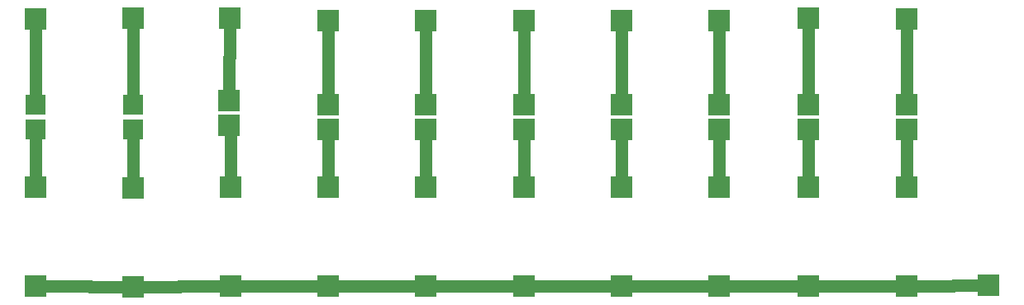
<source format=gbr>
G04 PROTEUS GERBER X2 FILE*
%TF.GenerationSoftware,Labcenter,Proteus,8.9-SP0-Build27865*%
%TF.CreationDate,2019-11-20T08:52:41+00:00*%
%TF.FileFunction,Copper,L2,Bot*%
%TF.FilePolarity,Positive*%
%TF.Part,Single*%
%TF.SameCoordinates,{f691470e-80e8-4d2b-9628-1e6ddb3d0262}*%
%FSLAX45Y45*%
%MOMM*%
G01*
%TA.AperFunction,Conductor*%
%ADD10C,1.270000*%
%TA.AperFunction,ComponentPad*%
%ADD11R,2.032000X2.032000*%
%ADD12R,2.286000X2.286000*%
%TD.AperFunction*%
D10*
X+60000Y-2484000D02*
X+60000Y-3084000D01*
X+1040000Y-2444000D02*
X+1060000Y-2464000D01*
X+1060000Y-3080000D01*
X+2060000Y-2484000D02*
X+2060000Y-3080000D01*
X+3060000Y-2484000D02*
X+3060000Y-3080000D01*
X+4060000Y-2484000D02*
X+4060000Y-3080000D01*
X+5060000Y-2484000D02*
X+5060000Y-3080000D01*
X+6060000Y-2484000D02*
X+6060000Y-3080000D01*
X+6980000Y-2484000D02*
X+6980000Y-3080000D01*
X+7980000Y-2484000D02*
X+7980000Y-3080000D01*
X+60000Y-2230000D02*
X+60000Y-1340000D01*
X+1040000Y-2190000D02*
X+1040000Y-1752600D01*
X+1050000Y-1742600D01*
X+1050000Y-1340000D01*
X+2060000Y-2230000D02*
X+2060000Y-1370000D01*
X+3060000Y-2230000D02*
X+3060000Y-1370000D01*
X+4060000Y-2230000D02*
X+4060000Y-1370000D01*
X+5060000Y-2230000D02*
X+5060000Y-1370000D01*
X+6060000Y-2230000D02*
X+6060000Y-1370000D01*
X+6980000Y-2230000D02*
X+6980000Y-1340000D01*
X+7980000Y-2230000D02*
X+7980000Y-1350000D01*
X-940000Y-2230000D02*
X-940000Y-1350000D01*
X-940000Y-2484000D02*
X-940000Y-3080000D01*
X+7980000Y-4096000D02*
X+8458200Y-4096000D01*
X+8468200Y-4086000D01*
X+8820000Y-4086000D01*
X+60000Y-4100000D02*
X+533400Y-4100000D01*
X+537400Y-4096000D01*
X+1060000Y-4096000D01*
X+60000Y-4100000D02*
X-381000Y-4100000D01*
X-385000Y-4096000D01*
X-940000Y-4096000D01*
X+6980000Y-4096000D02*
X+7980000Y-4096000D01*
X+5060000Y-4096000D02*
X+6060000Y-4096000D01*
X+4060000Y-4096000D02*
X+5060000Y-4096000D01*
X+3060000Y-4096000D02*
X+4060000Y-4096000D01*
X+2060000Y-4096000D02*
X+3060000Y-4096000D01*
X+1060000Y-4096000D02*
X+2060000Y-4096000D01*
X+6060000Y-4096000D02*
X+6980000Y-4096000D01*
D11*
X-940000Y-2230000D03*
X-940000Y-2484000D03*
X+60000Y-2230000D03*
X+60000Y-2484000D03*
D12*
X+1040000Y-2190000D03*
X+1040000Y-2444000D03*
X+2060000Y-2230000D03*
X+2060000Y-2484000D03*
X+3060000Y-2230000D03*
X+3060000Y-2484000D03*
X+4060000Y-2230000D03*
X+4060000Y-2484000D03*
X+5060000Y-2230000D03*
X+5060000Y-2484000D03*
X+6060000Y-2230000D03*
X+6060000Y-2484000D03*
X+6980000Y-2230000D03*
X+6980000Y-2484000D03*
X+7980000Y-2230000D03*
X+7980000Y-2484000D03*
X+60000Y-3084000D03*
X+60000Y-4100000D03*
X+1060000Y-3080000D03*
X+1060000Y-4096000D03*
X+2060000Y-3080000D03*
X+2060000Y-4096000D03*
X+3060000Y-3080000D03*
X+3060000Y-4096000D03*
X+4060000Y-3080000D03*
X+4060000Y-4096000D03*
X+5060000Y-3080000D03*
X+5060000Y-4096000D03*
X+6060000Y-3080000D03*
X+6060000Y-4096000D03*
X+6980000Y-3080000D03*
X+6980000Y-4096000D03*
X+7980000Y-3080000D03*
X+7980000Y-4096000D03*
X-940000Y-4096000D03*
X-940000Y-3080000D03*
X+60000Y-1340000D03*
X+1050000Y-1340000D03*
X+2060000Y-1370000D03*
X+3060000Y-1370000D03*
X+4060000Y-1370000D03*
X+5060000Y-1370000D03*
X+6060000Y-1370000D03*
X+6980000Y-1340000D03*
X+7980000Y-1350000D03*
X-940000Y-1350000D03*
X+8820000Y-4086000D03*
M02*

</source>
